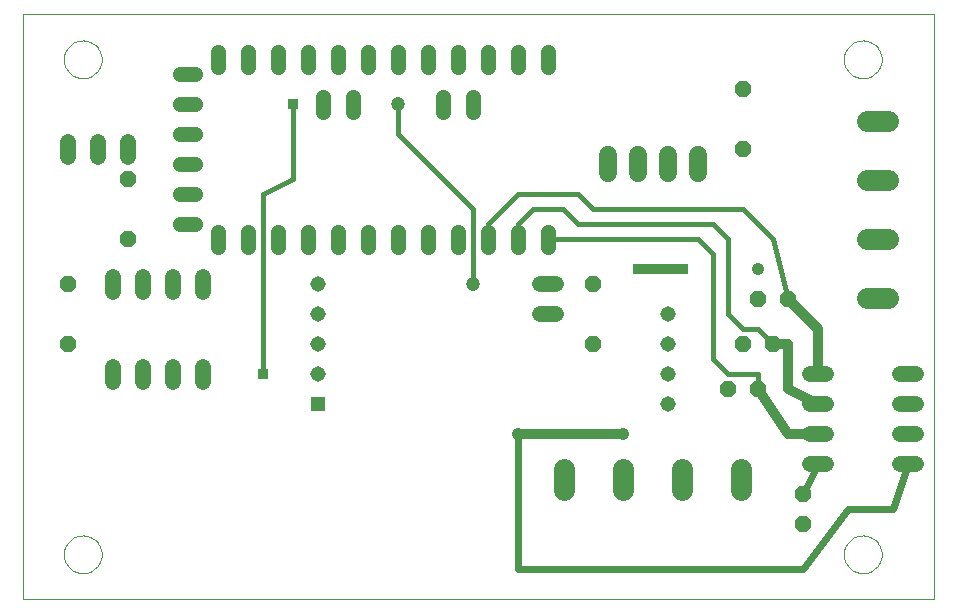
<source format=gtl>
G75*
%MOIN*%
%OFA0B0*%
%FSLAX24Y24*%
%IPPOS*%
%LPD*%
%AMOC8*
5,1,8,0,0,1.08239X$1,22.5*
%
%ADD10C,0.0000*%
%ADD11C,0.0520*%
%ADD12R,0.0515X0.0515*%
%ADD13C,0.0515*%
%ADD14C,0.0600*%
%ADD15C,0.0515*%
%ADD16C,0.0705*%
%ADD17OC8,0.0520*%
%ADD18C,0.0472*%
%ADD19C,0.0160*%
%ADD20C,0.0320*%
%ADD21C,0.0240*%
%ADD22C,0.0413*%
%ADD23R,0.0356X0.0356*%
D10*
X000180Y000680D02*
X000180Y020176D01*
X030550Y020176D01*
X030550Y000680D01*
X000180Y000680D01*
X001550Y002180D02*
X001552Y002230D01*
X001558Y002280D01*
X001568Y002329D01*
X001582Y002377D01*
X001599Y002424D01*
X001620Y002469D01*
X001645Y002513D01*
X001673Y002554D01*
X001705Y002593D01*
X001739Y002630D01*
X001776Y002664D01*
X001816Y002694D01*
X001858Y002721D01*
X001902Y002745D01*
X001948Y002766D01*
X001995Y002782D01*
X002043Y002795D01*
X002093Y002804D01*
X002142Y002809D01*
X002193Y002810D01*
X002243Y002807D01*
X002292Y002800D01*
X002341Y002789D01*
X002389Y002774D01*
X002435Y002756D01*
X002480Y002734D01*
X002523Y002708D01*
X002564Y002679D01*
X002603Y002647D01*
X002639Y002612D01*
X002671Y002574D01*
X002701Y002534D01*
X002728Y002491D01*
X002751Y002447D01*
X002770Y002401D01*
X002786Y002353D01*
X002798Y002304D01*
X002806Y002255D01*
X002810Y002205D01*
X002810Y002155D01*
X002806Y002105D01*
X002798Y002056D01*
X002786Y002007D01*
X002770Y001959D01*
X002751Y001913D01*
X002728Y001869D01*
X002701Y001826D01*
X002671Y001786D01*
X002639Y001748D01*
X002603Y001713D01*
X002564Y001681D01*
X002523Y001652D01*
X002480Y001626D01*
X002435Y001604D01*
X002389Y001586D01*
X002341Y001571D01*
X002292Y001560D01*
X002243Y001553D01*
X002193Y001550D01*
X002142Y001551D01*
X002093Y001556D01*
X002043Y001565D01*
X001995Y001578D01*
X001948Y001594D01*
X001902Y001615D01*
X001858Y001639D01*
X001816Y001666D01*
X001776Y001696D01*
X001739Y001730D01*
X001705Y001767D01*
X001673Y001806D01*
X001645Y001847D01*
X001620Y001891D01*
X001599Y001936D01*
X001582Y001983D01*
X001568Y002031D01*
X001558Y002080D01*
X001552Y002130D01*
X001550Y002180D01*
X001550Y018680D02*
X001552Y018730D01*
X001558Y018780D01*
X001568Y018829D01*
X001582Y018877D01*
X001599Y018924D01*
X001620Y018969D01*
X001645Y019013D01*
X001673Y019054D01*
X001705Y019093D01*
X001739Y019130D01*
X001776Y019164D01*
X001816Y019194D01*
X001858Y019221D01*
X001902Y019245D01*
X001948Y019266D01*
X001995Y019282D01*
X002043Y019295D01*
X002093Y019304D01*
X002142Y019309D01*
X002193Y019310D01*
X002243Y019307D01*
X002292Y019300D01*
X002341Y019289D01*
X002389Y019274D01*
X002435Y019256D01*
X002480Y019234D01*
X002523Y019208D01*
X002564Y019179D01*
X002603Y019147D01*
X002639Y019112D01*
X002671Y019074D01*
X002701Y019034D01*
X002728Y018991D01*
X002751Y018947D01*
X002770Y018901D01*
X002786Y018853D01*
X002798Y018804D01*
X002806Y018755D01*
X002810Y018705D01*
X002810Y018655D01*
X002806Y018605D01*
X002798Y018556D01*
X002786Y018507D01*
X002770Y018459D01*
X002751Y018413D01*
X002728Y018369D01*
X002701Y018326D01*
X002671Y018286D01*
X002639Y018248D01*
X002603Y018213D01*
X002564Y018181D01*
X002523Y018152D01*
X002480Y018126D01*
X002435Y018104D01*
X002389Y018086D01*
X002341Y018071D01*
X002292Y018060D01*
X002243Y018053D01*
X002193Y018050D01*
X002142Y018051D01*
X002093Y018056D01*
X002043Y018065D01*
X001995Y018078D01*
X001948Y018094D01*
X001902Y018115D01*
X001858Y018139D01*
X001816Y018166D01*
X001776Y018196D01*
X001739Y018230D01*
X001705Y018267D01*
X001673Y018306D01*
X001645Y018347D01*
X001620Y018391D01*
X001599Y018436D01*
X001582Y018483D01*
X001568Y018531D01*
X001558Y018580D01*
X001552Y018630D01*
X001550Y018680D01*
X027550Y018680D02*
X027552Y018730D01*
X027558Y018780D01*
X027568Y018829D01*
X027582Y018877D01*
X027599Y018924D01*
X027620Y018969D01*
X027645Y019013D01*
X027673Y019054D01*
X027705Y019093D01*
X027739Y019130D01*
X027776Y019164D01*
X027816Y019194D01*
X027858Y019221D01*
X027902Y019245D01*
X027948Y019266D01*
X027995Y019282D01*
X028043Y019295D01*
X028093Y019304D01*
X028142Y019309D01*
X028193Y019310D01*
X028243Y019307D01*
X028292Y019300D01*
X028341Y019289D01*
X028389Y019274D01*
X028435Y019256D01*
X028480Y019234D01*
X028523Y019208D01*
X028564Y019179D01*
X028603Y019147D01*
X028639Y019112D01*
X028671Y019074D01*
X028701Y019034D01*
X028728Y018991D01*
X028751Y018947D01*
X028770Y018901D01*
X028786Y018853D01*
X028798Y018804D01*
X028806Y018755D01*
X028810Y018705D01*
X028810Y018655D01*
X028806Y018605D01*
X028798Y018556D01*
X028786Y018507D01*
X028770Y018459D01*
X028751Y018413D01*
X028728Y018369D01*
X028701Y018326D01*
X028671Y018286D01*
X028639Y018248D01*
X028603Y018213D01*
X028564Y018181D01*
X028523Y018152D01*
X028480Y018126D01*
X028435Y018104D01*
X028389Y018086D01*
X028341Y018071D01*
X028292Y018060D01*
X028243Y018053D01*
X028193Y018050D01*
X028142Y018051D01*
X028093Y018056D01*
X028043Y018065D01*
X027995Y018078D01*
X027948Y018094D01*
X027902Y018115D01*
X027858Y018139D01*
X027816Y018166D01*
X027776Y018196D01*
X027739Y018230D01*
X027705Y018267D01*
X027673Y018306D01*
X027645Y018347D01*
X027620Y018391D01*
X027599Y018436D01*
X027582Y018483D01*
X027568Y018531D01*
X027558Y018580D01*
X027552Y018630D01*
X027550Y018680D01*
X027550Y002180D02*
X027552Y002230D01*
X027558Y002280D01*
X027568Y002329D01*
X027582Y002377D01*
X027599Y002424D01*
X027620Y002469D01*
X027645Y002513D01*
X027673Y002554D01*
X027705Y002593D01*
X027739Y002630D01*
X027776Y002664D01*
X027816Y002694D01*
X027858Y002721D01*
X027902Y002745D01*
X027948Y002766D01*
X027995Y002782D01*
X028043Y002795D01*
X028093Y002804D01*
X028142Y002809D01*
X028193Y002810D01*
X028243Y002807D01*
X028292Y002800D01*
X028341Y002789D01*
X028389Y002774D01*
X028435Y002756D01*
X028480Y002734D01*
X028523Y002708D01*
X028564Y002679D01*
X028603Y002647D01*
X028639Y002612D01*
X028671Y002574D01*
X028701Y002534D01*
X028728Y002491D01*
X028751Y002447D01*
X028770Y002401D01*
X028786Y002353D01*
X028798Y002304D01*
X028806Y002255D01*
X028810Y002205D01*
X028810Y002155D01*
X028806Y002105D01*
X028798Y002056D01*
X028786Y002007D01*
X028770Y001959D01*
X028751Y001913D01*
X028728Y001869D01*
X028701Y001826D01*
X028671Y001786D01*
X028639Y001748D01*
X028603Y001713D01*
X028564Y001681D01*
X028523Y001652D01*
X028480Y001626D01*
X028435Y001604D01*
X028389Y001586D01*
X028341Y001571D01*
X028292Y001560D01*
X028243Y001553D01*
X028193Y001550D01*
X028142Y001551D01*
X028093Y001556D01*
X028043Y001565D01*
X027995Y001578D01*
X027948Y001594D01*
X027902Y001615D01*
X027858Y001639D01*
X027816Y001666D01*
X027776Y001696D01*
X027739Y001730D01*
X027705Y001767D01*
X027673Y001806D01*
X027645Y001847D01*
X027620Y001891D01*
X027599Y001936D01*
X027582Y001983D01*
X027568Y002031D01*
X027558Y002080D01*
X027552Y002130D01*
X027550Y002180D01*
D11*
X026940Y005180D02*
X026420Y005180D01*
X026420Y006180D02*
X026940Y006180D01*
X026940Y007180D02*
X026420Y007180D01*
X026420Y008180D02*
X026940Y008180D01*
X029420Y008180D02*
X029940Y008180D01*
X029940Y007180D02*
X029420Y007180D01*
X029420Y006180D02*
X029940Y006180D01*
X029940Y005180D02*
X029420Y005180D01*
X017940Y010180D02*
X017420Y010180D01*
X017420Y011180D02*
X017940Y011180D01*
X006180Y011440D02*
X006180Y010920D01*
X005180Y010920D02*
X005180Y011440D01*
X004180Y011440D02*
X004180Y010920D01*
X003180Y010920D02*
X003180Y011440D01*
X003180Y008440D02*
X003180Y007920D01*
X004180Y007920D02*
X004180Y008440D01*
X005180Y008440D02*
X005180Y007920D01*
X006180Y007920D02*
X006180Y008440D01*
X003680Y015420D02*
X003680Y015940D01*
X002680Y015940D02*
X002680Y015420D01*
X001680Y015420D02*
X001680Y015940D01*
D12*
X010030Y007180D03*
D13*
X010030Y008180D03*
X010030Y009180D03*
X010030Y010180D03*
X010030Y011180D03*
X021680Y010180D03*
X021680Y009180D03*
X021680Y008180D03*
X021680Y007180D03*
D14*
X021680Y014880D02*
X021680Y015480D01*
X020680Y015480D02*
X020680Y014880D01*
X019680Y014880D02*
X019680Y015480D01*
X022680Y015480D02*
X022680Y014880D01*
D15*
X017680Y012937D02*
X017680Y012423D01*
X016680Y012423D02*
X016680Y012937D01*
X015680Y012937D02*
X015680Y012423D01*
X014680Y012423D02*
X014680Y012937D01*
X013680Y012937D02*
X013680Y012423D01*
X012680Y012423D02*
X012680Y012937D01*
X011680Y012937D02*
X011680Y012423D01*
X010680Y012423D02*
X010680Y012937D01*
X009680Y012937D02*
X009680Y012423D01*
X008680Y012423D02*
X008680Y012937D01*
X007680Y012937D02*
X007680Y012423D01*
X006680Y012423D02*
X006680Y012937D01*
X005937Y013180D02*
X005423Y013180D01*
X005423Y014180D02*
X005937Y014180D01*
X005937Y015180D02*
X005423Y015180D01*
X005423Y016180D02*
X005937Y016180D01*
X005937Y017180D02*
X005423Y017180D01*
X005423Y018180D02*
X005937Y018180D01*
X006680Y018423D02*
X006680Y018937D01*
X007680Y018937D02*
X007680Y018423D01*
X008680Y018423D02*
X008680Y018937D01*
X009680Y018937D02*
X009680Y018423D01*
X010680Y018423D02*
X010680Y018937D01*
X011680Y018937D02*
X011680Y018423D01*
X012680Y018423D02*
X012680Y018937D01*
X013680Y018937D02*
X013680Y018423D01*
X014680Y018423D02*
X014680Y018937D01*
X015680Y018937D02*
X015680Y018423D01*
X016680Y018423D02*
X016680Y018937D01*
X017680Y018937D02*
X017680Y018423D01*
X015180Y017437D02*
X015180Y016923D01*
X014180Y016923D02*
X014180Y017437D01*
X011180Y017437D02*
X011180Y016923D01*
X010180Y016923D02*
X010180Y017437D01*
D16*
X028328Y016633D02*
X029033Y016633D01*
X029033Y014664D02*
X028328Y014664D01*
X028328Y012696D02*
X029033Y012696D01*
X029033Y010727D02*
X028328Y010727D01*
X024133Y005033D02*
X024133Y004328D01*
X022164Y004328D02*
X022164Y005033D01*
X020196Y005033D02*
X020196Y004328D01*
X018227Y004328D02*
X018227Y005033D01*
D17*
X023680Y007680D03*
X024680Y007680D03*
X024180Y009180D03*
X025180Y009180D03*
X024680Y010680D03*
X025680Y010680D03*
X019180Y011180D03*
X019180Y009180D03*
X026180Y004180D03*
X026180Y003180D03*
X024180Y015680D03*
X024180Y017680D03*
X003680Y014680D03*
X003680Y012680D03*
X001680Y011180D03*
X001680Y009180D03*
D18*
X012680Y017180D03*
X015180Y011180D03*
D19*
X015180Y013680D01*
X012680Y016180D01*
X012680Y017180D01*
X009180Y017180D02*
X009180Y014680D01*
X008180Y014180D01*
X008180Y008180D01*
X015680Y012680D02*
X015680Y013180D01*
X016680Y014180D01*
X018680Y014180D01*
X019180Y013680D01*
X024180Y013680D01*
X025180Y012680D01*
X025680Y010680D01*
X024680Y009680D02*
X024180Y009680D01*
X023680Y010180D01*
X023680Y012680D01*
X023180Y013180D01*
X018680Y013180D01*
X018180Y013680D01*
X017180Y013680D01*
X016680Y013180D01*
X016680Y012680D01*
X017680Y012680D02*
X022680Y012680D01*
X023180Y012180D01*
X023180Y008680D01*
X023680Y008180D01*
X024680Y008180D01*
X024680Y007680D01*
X025180Y009180D02*
X024680Y009680D01*
D20*
X025180Y009180D02*
X025680Y009180D01*
X025680Y007680D01*
X026680Y007180D01*
X026680Y006180D02*
X025680Y006180D01*
X024680Y007680D01*
X026680Y008180D02*
X026680Y009680D01*
X025680Y010680D01*
X022180Y011680D02*
X020680Y011680D01*
X020196Y006196D02*
X016680Y006180D01*
D21*
X016680Y001680D01*
X026180Y001680D01*
X027680Y003680D01*
X029180Y003680D01*
X029680Y005180D01*
X026680Y005180D02*
X026180Y004180D01*
D22*
X020196Y006196D03*
X016680Y006180D03*
X024680Y011680D03*
D23*
X022180Y011680D03*
X020680Y011680D03*
X009180Y017180D03*
X008180Y008180D03*
M02*

</source>
